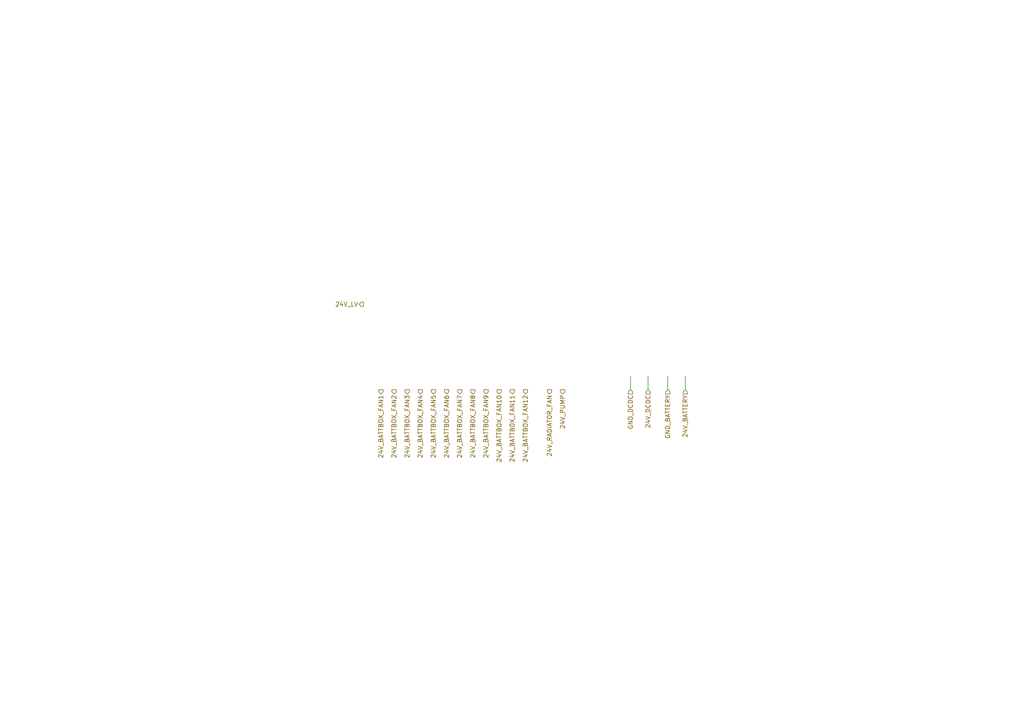
<source format=kicad_sch>
(kicad_sch (version 20230121) (generator eeschema)
  (paper "A4")
  (lib_symbols)
  (wire (pts (xy 193.675 109.22) (xy 193.675 113.03)))
  (wire (pts (xy 198.755 109.22) (xy 198.755 113.03)))
  (wire (pts (xy 187.96 109.22) (xy 187.96 113.03)))
  (wire (pts (xy 182.88 109.22) (xy 182.88 113.03)))
  (hierarchical_label "24V_BATTBOX_FAN8" (shape output) (at 137.16 113.03 270))
  (hierarchical_label "24V_BATTERY" (shape input) (at 198.755 113.03 270))
  (hierarchical_label "24V_BATTBOX_FAN11" (shape output) (at 148.59 113.03 270))
  (hierarchical_label "24V_LV" (shape output) (at 105.41 88.265 180))
  (hierarchical_label "24V_BATTBOX_FAN6" (shape output) (at 129.54 113.03 270))
  (hierarchical_label "24V_BATTBOX_FAN1" (shape output) (at 110.49 113.03 270))
  (hierarchical_label "24V_BATTBOX_FAN4" (shape output) (at 121.92 113.03 270))
  (hierarchical_label "GND_DCDC" (shape input) (at 182.88 113.03 270))
  (hierarchical_label "24V_BATTBOX_FAN12" (shape output) (at 152.4 113.03 270))
  (hierarchical_label "24V_BATTBOX_FAN10" (shape output) (at 144.78 113.03 270))
  (hierarchical_label "24V_RADIATOR_FAN" (shape output) (at 159.385 113.03 270))
  (hierarchical_label "24V_BATTBOX_FAN2" (shape output) (at 114.3 113.03 270))
  (hierarchical_label "24V_DCDC" (shape input) (at 187.96 113.03 270))
  (hierarchical_label "GND_BATTERY" (shape input) (at 193.675 113.03 270))
  (hierarchical_label "24V_BATTBOX_FAN3" (shape output) (at 118.11 113.03 270))
  (hierarchical_label "24V_PUMP" (shape output) (at 163.195 113.03 270))
  (hierarchical_label "24V_BATTBOX_FAN9" (shape output) (at 140.97 113.03 270))
  (hierarchical_label "24V_BATTBOX_FAN5" (shape output) (at 125.73 113.03 270))
  (hierarchical_label "24V_BATTBOX_FAN7" (shape output) (at 133.35 113.03 270))
)
</source>
